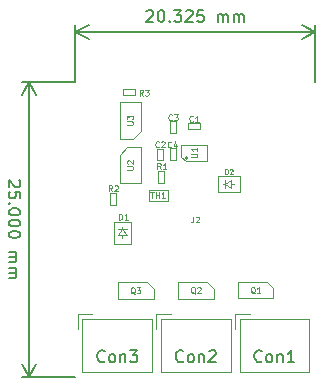
<source format=gbr>
G04 #@! TF.GenerationSoftware,KiCad,Pcbnew,(5.1.5-0)*
G04 #@! TF.CreationDate,2020-04-09T11:26:26+02:00*
G04 #@! TF.ProjectId,dxl-fan-module,64786c2d-6661-46e2-9d6d-6f64756c652e,rev?*
G04 #@! TF.SameCoordinates,Original*
G04 #@! TF.FileFunction,Other,Fab,Top*
%FSLAX46Y46*%
G04 Gerber Fmt 4.6, Leading zero omitted, Abs format (unit mm)*
G04 Created by KiCad (PCBNEW (5.1.5-0)) date 2020-04-09 11:26:26*
%MOMM*%
%LPD*%
G04 APERTURE LIST*
%ADD10C,0.150000*%
%ADD11C,0.100000*%
%ADD12C,0.125000*%
%ADD13C,0.075000*%
G04 APERTURE END LIST*
D10*
X70069642Y-47822619D02*
X70117261Y-47775000D01*
X70212500Y-47727380D01*
X70450595Y-47727380D01*
X70545833Y-47775000D01*
X70593452Y-47822619D01*
X70641071Y-47917857D01*
X70641071Y-48013095D01*
X70593452Y-48155952D01*
X70022023Y-48727380D01*
X70641071Y-48727380D01*
X71260119Y-47727380D02*
X71355357Y-47727380D01*
X71450595Y-47775000D01*
X71498214Y-47822619D01*
X71545833Y-47917857D01*
X71593452Y-48108333D01*
X71593452Y-48346428D01*
X71545833Y-48536904D01*
X71498214Y-48632142D01*
X71450595Y-48679761D01*
X71355357Y-48727380D01*
X71260119Y-48727380D01*
X71164880Y-48679761D01*
X71117261Y-48632142D01*
X71069642Y-48536904D01*
X71022023Y-48346428D01*
X71022023Y-48108333D01*
X71069642Y-47917857D01*
X71117261Y-47822619D01*
X71164880Y-47775000D01*
X71260119Y-47727380D01*
X72022023Y-48632142D02*
X72069642Y-48679761D01*
X72022023Y-48727380D01*
X71974404Y-48679761D01*
X72022023Y-48632142D01*
X72022023Y-48727380D01*
X72402976Y-47727380D02*
X73022023Y-47727380D01*
X72688690Y-48108333D01*
X72831547Y-48108333D01*
X72926785Y-48155952D01*
X72974404Y-48203571D01*
X73022023Y-48298809D01*
X73022023Y-48536904D01*
X72974404Y-48632142D01*
X72926785Y-48679761D01*
X72831547Y-48727380D01*
X72545833Y-48727380D01*
X72450595Y-48679761D01*
X72402976Y-48632142D01*
X73402976Y-47822619D02*
X73450595Y-47775000D01*
X73545833Y-47727380D01*
X73783928Y-47727380D01*
X73879166Y-47775000D01*
X73926785Y-47822619D01*
X73974404Y-47917857D01*
X73974404Y-48013095D01*
X73926785Y-48155952D01*
X73355357Y-48727380D01*
X73974404Y-48727380D01*
X74879166Y-47727380D02*
X74402976Y-47727380D01*
X74355357Y-48203571D01*
X74402976Y-48155952D01*
X74498214Y-48108333D01*
X74736309Y-48108333D01*
X74831547Y-48155952D01*
X74879166Y-48203571D01*
X74926785Y-48298809D01*
X74926785Y-48536904D01*
X74879166Y-48632142D01*
X74831547Y-48679761D01*
X74736309Y-48727380D01*
X74498214Y-48727380D01*
X74402976Y-48679761D01*
X74355357Y-48632142D01*
X76117261Y-48727380D02*
X76117261Y-48060714D01*
X76117261Y-48155952D02*
X76164880Y-48108333D01*
X76260119Y-48060714D01*
X76402976Y-48060714D01*
X76498214Y-48108333D01*
X76545833Y-48203571D01*
X76545833Y-48727380D01*
X76545833Y-48203571D02*
X76593452Y-48108333D01*
X76688690Y-48060714D01*
X76831547Y-48060714D01*
X76926785Y-48108333D01*
X76974404Y-48203571D01*
X76974404Y-48727380D01*
X77450595Y-48727380D02*
X77450595Y-48060714D01*
X77450595Y-48155952D02*
X77498214Y-48108333D01*
X77593452Y-48060714D01*
X77736309Y-48060714D01*
X77831547Y-48108333D01*
X77879166Y-48203571D01*
X77879166Y-48727380D01*
X77879166Y-48203571D02*
X77926785Y-48108333D01*
X78022023Y-48060714D01*
X78164880Y-48060714D01*
X78260119Y-48108333D01*
X78307738Y-48203571D01*
X78307738Y-48727380D01*
X64050000Y-49575000D02*
X84375000Y-49575000D01*
X64050000Y-53775000D02*
X64050000Y-48988579D01*
X84375000Y-53775000D02*
X84375000Y-48988579D01*
X84375000Y-49575000D02*
X83248496Y-50161421D01*
X84375000Y-49575000D02*
X83248496Y-48988579D01*
X64050000Y-49575000D02*
X65176504Y-50161421D01*
X64050000Y-49575000D02*
X65176504Y-48988579D01*
X59302381Y-62132142D02*
X59350001Y-62179761D01*
X59397620Y-62275000D01*
X59397620Y-62513095D01*
X59350001Y-62608333D01*
X59302381Y-62655952D01*
X59207143Y-62703571D01*
X59111905Y-62703571D01*
X58969048Y-62655952D01*
X58397620Y-62084523D01*
X58397620Y-62703571D01*
X59397620Y-63608333D02*
X59397620Y-63132142D01*
X58921429Y-63084523D01*
X58969048Y-63132142D01*
X59016667Y-63227380D01*
X59016667Y-63465476D01*
X58969048Y-63560714D01*
X58921429Y-63608333D01*
X58826191Y-63655952D01*
X58588096Y-63655952D01*
X58492858Y-63608333D01*
X58445239Y-63560714D01*
X58397620Y-63465476D01*
X58397620Y-63227380D01*
X58445239Y-63132142D01*
X58492858Y-63084523D01*
X58492858Y-64084523D02*
X58445239Y-64132142D01*
X58397620Y-64084523D01*
X58445239Y-64036904D01*
X58492858Y-64084523D01*
X58397620Y-64084523D01*
X59397620Y-64751190D02*
X59397620Y-64846428D01*
X59350001Y-64941666D01*
X59302381Y-64989285D01*
X59207143Y-65036904D01*
X59016667Y-65084523D01*
X58778572Y-65084523D01*
X58588096Y-65036904D01*
X58492858Y-64989285D01*
X58445239Y-64941666D01*
X58397620Y-64846428D01*
X58397620Y-64751190D01*
X58445239Y-64655952D01*
X58492858Y-64608333D01*
X58588096Y-64560714D01*
X58778572Y-64513095D01*
X59016667Y-64513095D01*
X59207143Y-64560714D01*
X59302381Y-64608333D01*
X59350001Y-64655952D01*
X59397620Y-64751190D01*
X59397620Y-65703571D02*
X59397620Y-65798809D01*
X59350001Y-65894047D01*
X59302381Y-65941666D01*
X59207143Y-65989285D01*
X59016667Y-66036904D01*
X58778572Y-66036904D01*
X58588096Y-65989285D01*
X58492858Y-65941666D01*
X58445239Y-65894047D01*
X58397620Y-65798809D01*
X58397620Y-65703571D01*
X58445239Y-65608333D01*
X58492858Y-65560714D01*
X58588096Y-65513095D01*
X58778572Y-65465476D01*
X59016667Y-65465476D01*
X59207143Y-65513095D01*
X59302381Y-65560714D01*
X59350001Y-65608333D01*
X59397620Y-65703571D01*
X59397620Y-66655952D02*
X59397620Y-66751190D01*
X59350001Y-66846428D01*
X59302381Y-66894047D01*
X59207143Y-66941666D01*
X59016667Y-66989285D01*
X58778572Y-66989285D01*
X58588096Y-66941666D01*
X58492858Y-66894047D01*
X58445239Y-66846428D01*
X58397620Y-66751190D01*
X58397620Y-66655952D01*
X58445239Y-66560714D01*
X58492858Y-66513095D01*
X58588096Y-66465476D01*
X58778572Y-66417857D01*
X59016667Y-66417857D01*
X59207143Y-66465476D01*
X59302381Y-66513095D01*
X59350001Y-66560714D01*
X59397620Y-66655952D01*
X58397620Y-68179761D02*
X59064286Y-68179761D01*
X58969048Y-68179761D02*
X59016667Y-68227380D01*
X59064286Y-68322619D01*
X59064286Y-68465476D01*
X59016667Y-68560714D01*
X58921429Y-68608333D01*
X58397620Y-68608333D01*
X58921429Y-68608333D02*
X59016667Y-68655952D01*
X59064286Y-68751190D01*
X59064286Y-68894047D01*
X59016667Y-68989285D01*
X58921429Y-69036904D01*
X58397620Y-69036904D01*
X58397620Y-69513095D02*
X59064286Y-69513095D01*
X58969048Y-69513095D02*
X59016667Y-69560714D01*
X59064286Y-69655952D01*
X59064286Y-69798809D01*
X59016667Y-69894047D01*
X58921429Y-69941666D01*
X58397620Y-69941666D01*
X58921429Y-69941666D02*
X59016667Y-69989285D01*
X59064286Y-70084523D01*
X59064286Y-70227380D01*
X59016667Y-70322619D01*
X58921429Y-70370238D01*
X58397620Y-70370238D01*
X60150001Y-53775000D02*
X60150001Y-78775000D01*
X64050000Y-53775000D02*
X59563580Y-53775000D01*
X64050000Y-78775000D02*
X59563580Y-78775000D01*
X60150001Y-78775000D02*
X59563580Y-77648496D01*
X60150001Y-78775000D02*
X60736422Y-77648496D01*
X60150001Y-53775000D02*
X59563580Y-54901504D01*
X60150001Y-53775000D02*
X60736422Y-54901504D01*
D11*
X70288000Y-63844500D02*
X70288000Y-62955500D01*
X71875500Y-63844500D02*
X70288000Y-63844500D01*
X71875500Y-62955500D02*
X71875500Y-63844500D01*
X70288000Y-62955500D02*
X71875500Y-62955500D01*
X73566400Y-60243700D02*
G75*
G03X73566400Y-60243700I-101600J0D01*
G01*
X75217400Y-60523100D02*
X75217400Y-59176900D01*
X73439400Y-60523100D02*
X75217400Y-60523100D01*
X73007600Y-60142100D02*
X73426700Y-60523100D01*
X73007600Y-59176900D02*
X73007600Y-60142100D01*
X75217400Y-59176900D02*
X73007600Y-59176900D01*
X67812500Y-59950000D02*
X68462500Y-59300000D01*
X69612500Y-59300000D02*
X68462500Y-59300000D01*
X67812500Y-59950000D02*
X67812500Y-62400000D01*
X69612500Y-62400000D02*
X67812500Y-62400000D01*
X69612500Y-59300000D02*
X69612500Y-62400000D01*
X69588000Y-57950000D02*
X68938000Y-58600000D01*
X67788000Y-58600000D02*
X68938000Y-58600000D01*
X69588000Y-57950000D02*
X69588000Y-55500000D01*
X67788000Y-55500000D02*
X69588000Y-55500000D01*
X67788000Y-58600000D02*
X67788000Y-55500000D01*
X68030000Y-66785000D02*
X68030000Y-67035000D01*
X67680000Y-66785000D02*
X68030000Y-66285000D01*
X68380000Y-66785000D02*
X67680000Y-66785000D01*
X68030000Y-66285000D02*
X68380000Y-66785000D01*
X68030000Y-66285000D02*
X68030000Y-66085000D01*
X68380000Y-66285000D02*
X67680000Y-66285000D01*
X67330000Y-65685000D02*
X68730000Y-65685000D01*
X67330000Y-67485000D02*
X67330000Y-65685000D01*
X68730000Y-67485000D02*
X67330000Y-67485000D01*
X68730000Y-65685000D02*
X68730000Y-67485000D01*
X72062500Y-59429411D02*
X72562500Y-59429411D01*
X72062500Y-60429411D02*
X72062500Y-59429411D01*
X72562500Y-60429411D02*
X72062500Y-60429411D01*
X72562500Y-59429411D02*
X72562500Y-60429411D01*
X72562500Y-58150000D02*
X72062500Y-58150000D01*
X72562500Y-57150000D02*
X72562500Y-58150000D01*
X72062500Y-57150000D02*
X72562500Y-57150000D01*
X72062500Y-58150000D02*
X72062500Y-57150000D01*
X70962500Y-59450000D02*
X71462500Y-59450000D01*
X70962500Y-60450000D02*
X70962500Y-59450000D01*
X71462500Y-60450000D02*
X70962500Y-60450000D01*
X71462500Y-59450000D02*
X71462500Y-60450000D01*
X74612500Y-57300000D02*
X74612500Y-57800000D01*
X73612500Y-57300000D02*
X74612500Y-57300000D01*
X73612500Y-57800000D02*
X73612500Y-57300000D01*
X74612500Y-57800000D02*
X73612500Y-57800000D01*
X69100000Y-54925000D02*
X68100000Y-54925000D01*
X68100000Y-54925000D02*
X68100000Y-54425000D01*
X68100000Y-54425000D02*
X69100000Y-54425000D01*
X69100000Y-54425000D02*
X69100000Y-54925000D01*
X66960000Y-64185000D02*
X66960000Y-63185000D01*
X66960000Y-63185000D02*
X67460000Y-63185000D01*
X67460000Y-63185000D02*
X67460000Y-64185000D01*
X67460000Y-64185000D02*
X66960000Y-64185000D01*
X71562500Y-61350000D02*
X71562500Y-62350000D01*
X71562500Y-62350000D02*
X71062500Y-62350000D01*
X71062500Y-62350000D02*
X71062500Y-61350000D01*
X71062500Y-61350000D02*
X71562500Y-61350000D01*
X80250000Y-70725000D02*
X80820000Y-71275000D01*
X80820000Y-72125000D02*
X77780000Y-72125000D01*
X77780000Y-70725000D02*
X77780000Y-72125000D01*
X80820000Y-71275000D02*
X80820000Y-72125000D01*
X80250000Y-70725000D02*
X77800000Y-70725000D01*
X75200000Y-70755000D02*
X72750000Y-70755000D01*
X75770000Y-71305000D02*
X75770000Y-72155000D01*
X72730000Y-70755000D02*
X72730000Y-72155000D01*
X75770000Y-72155000D02*
X72730000Y-72155000D01*
X75200000Y-70755000D02*
X75770000Y-71305000D01*
X70100000Y-70775000D02*
X70670000Y-71325000D01*
X70670000Y-72175000D02*
X67630000Y-72175000D01*
X67630000Y-70775000D02*
X67630000Y-72175000D01*
X70670000Y-71325000D02*
X70670000Y-72175000D01*
X70100000Y-70775000D02*
X67650000Y-70775000D01*
X83850000Y-73875000D02*
X77950000Y-73875000D01*
X83850000Y-78375000D02*
X83850000Y-73875000D01*
X77950000Y-78375000D02*
X83850000Y-78375000D01*
X77950000Y-73875000D02*
X77950000Y-78375000D01*
X77550000Y-73475000D02*
X77550000Y-74725000D01*
X78800000Y-73475000D02*
X77550000Y-73475000D01*
X77200000Y-73875000D02*
X71300000Y-73875000D01*
X77200000Y-78375000D02*
X77200000Y-73875000D01*
X71300000Y-78375000D02*
X77200000Y-78375000D01*
X71300000Y-73875000D02*
X71300000Y-78375000D01*
X70900000Y-73475000D02*
X70900000Y-74725000D01*
X72150000Y-73475000D02*
X70900000Y-73475000D01*
X65500000Y-73475000D02*
X64250000Y-73475000D01*
X64250000Y-73475000D02*
X64250000Y-74725000D01*
X64650000Y-73875000D02*
X64650000Y-78375000D01*
X64650000Y-78375000D02*
X70550000Y-78375000D01*
X70550000Y-78375000D02*
X70550000Y-73875000D01*
X70550000Y-73875000D02*
X64650000Y-73875000D01*
X76150000Y-61725000D02*
X77950000Y-61725000D01*
X77950000Y-61725000D02*
X77950000Y-63125000D01*
X77950000Y-63125000D02*
X76150000Y-63125000D01*
X76150000Y-63125000D02*
X76150000Y-61725000D01*
X76750000Y-62075000D02*
X76750000Y-62775000D01*
X76750000Y-62425000D02*
X76550000Y-62425000D01*
X76750000Y-62425000D02*
X77250000Y-62075000D01*
X77250000Y-62075000D02*
X77250000Y-62775000D01*
X77250000Y-62775000D02*
X76750000Y-62425000D01*
X77250000Y-62425000D02*
X77500000Y-62425000D01*
D12*
X70394642Y-63126190D02*
X70680357Y-63126190D01*
X70537500Y-63626190D02*
X70537500Y-63126190D01*
X70847023Y-63626190D02*
X70847023Y-63126190D01*
X70847023Y-63364285D02*
X71132738Y-63364285D01*
X71132738Y-63626190D02*
X71132738Y-63126190D01*
X71632738Y-63626190D02*
X71347023Y-63626190D01*
X71489880Y-63626190D02*
X71489880Y-63126190D01*
X71442261Y-63197619D01*
X71394642Y-63245238D01*
X71347023Y-63269047D01*
X73863690Y-60155952D02*
X74268452Y-60155952D01*
X74316071Y-60132142D01*
X74339880Y-60108333D01*
X74363690Y-60060714D01*
X74363690Y-59965476D01*
X74339880Y-59917857D01*
X74316071Y-59894047D01*
X74268452Y-59870238D01*
X73863690Y-59870238D01*
X74363690Y-59370238D02*
X74363690Y-59655952D01*
X74363690Y-59513095D02*
X73863690Y-59513095D01*
X73935119Y-59560714D01*
X73982738Y-59608333D01*
X74006547Y-59655952D01*
D13*
X68438690Y-61230952D02*
X68843452Y-61230952D01*
X68891071Y-61207142D01*
X68914880Y-61183333D01*
X68938690Y-61135714D01*
X68938690Y-61040476D01*
X68914880Y-60992857D01*
X68891071Y-60969047D01*
X68843452Y-60945238D01*
X68438690Y-60945238D01*
X68486309Y-60730952D02*
X68462500Y-60707142D01*
X68438690Y-60659523D01*
X68438690Y-60540476D01*
X68462500Y-60492857D01*
X68486309Y-60469047D01*
X68533928Y-60445238D01*
X68581547Y-60445238D01*
X68652976Y-60469047D01*
X68938690Y-60754761D01*
X68938690Y-60445238D01*
X68414190Y-57430952D02*
X68818952Y-57430952D01*
X68866571Y-57407142D01*
X68890380Y-57383333D01*
X68914190Y-57335714D01*
X68914190Y-57240476D01*
X68890380Y-57192857D01*
X68866571Y-57169047D01*
X68818952Y-57145238D01*
X68414190Y-57145238D01*
X68414190Y-56954761D02*
X68414190Y-56645238D01*
X68604666Y-56811904D01*
X68604666Y-56740476D01*
X68628476Y-56692857D01*
X68652285Y-56669047D01*
X68699904Y-56645238D01*
X68818952Y-56645238D01*
X68866571Y-56669047D01*
X68890380Y-56692857D01*
X68914190Y-56740476D01*
X68914190Y-56883333D01*
X68890380Y-56930952D01*
X68866571Y-56954761D01*
D12*
X67735952Y-65461190D02*
X67735952Y-64961190D01*
X67855000Y-64961190D01*
X67926428Y-64985000D01*
X67974047Y-65032619D01*
X67997857Y-65080238D01*
X68021666Y-65175476D01*
X68021666Y-65246904D01*
X67997857Y-65342142D01*
X67974047Y-65389761D01*
X67926428Y-65437380D01*
X67855000Y-65461190D01*
X67735952Y-65461190D01*
X68497857Y-65461190D02*
X68212142Y-65461190D01*
X68355000Y-65461190D02*
X68355000Y-64961190D01*
X68307380Y-65032619D01*
X68259761Y-65080238D01*
X68212142Y-65104047D01*
X72179166Y-59303571D02*
X72155357Y-59327380D01*
X72083928Y-59351190D01*
X72036309Y-59351190D01*
X71964880Y-59327380D01*
X71917261Y-59279761D01*
X71893452Y-59232142D01*
X71869642Y-59136904D01*
X71869642Y-59065476D01*
X71893452Y-58970238D01*
X71917261Y-58922619D01*
X71964880Y-58875000D01*
X72036309Y-58851190D01*
X72083928Y-58851190D01*
X72155357Y-58875000D01*
X72179166Y-58898809D01*
X72607738Y-59017857D02*
X72607738Y-59351190D01*
X72488690Y-58827380D02*
X72369642Y-59184523D01*
X72679166Y-59184523D01*
X72229166Y-57003571D02*
X72205357Y-57027380D01*
X72133928Y-57051190D01*
X72086309Y-57051190D01*
X72014880Y-57027380D01*
X71967261Y-56979761D01*
X71943452Y-56932142D01*
X71919642Y-56836904D01*
X71919642Y-56765476D01*
X71943452Y-56670238D01*
X71967261Y-56622619D01*
X72014880Y-56575000D01*
X72086309Y-56551190D01*
X72133928Y-56551190D01*
X72205357Y-56575000D01*
X72229166Y-56598809D01*
X72395833Y-56551190D02*
X72705357Y-56551190D01*
X72538690Y-56741666D01*
X72610119Y-56741666D01*
X72657738Y-56765476D01*
X72681547Y-56789285D01*
X72705357Y-56836904D01*
X72705357Y-56955952D01*
X72681547Y-57003571D01*
X72657738Y-57027380D01*
X72610119Y-57051190D01*
X72467261Y-57051190D01*
X72419642Y-57027380D01*
X72395833Y-57003571D01*
X71129166Y-59278571D02*
X71105357Y-59302380D01*
X71033928Y-59326190D01*
X70986309Y-59326190D01*
X70914880Y-59302380D01*
X70867261Y-59254761D01*
X70843452Y-59207142D01*
X70819642Y-59111904D01*
X70819642Y-59040476D01*
X70843452Y-58945238D01*
X70867261Y-58897619D01*
X70914880Y-58850000D01*
X70986309Y-58826190D01*
X71033928Y-58826190D01*
X71105357Y-58850000D01*
X71129166Y-58873809D01*
X71319642Y-58873809D02*
X71343452Y-58850000D01*
X71391071Y-58826190D01*
X71510119Y-58826190D01*
X71557738Y-58850000D01*
X71581547Y-58873809D01*
X71605357Y-58921428D01*
X71605357Y-58969047D01*
X71581547Y-59040476D01*
X71295833Y-59326190D01*
X71605357Y-59326190D01*
X74004166Y-57128571D02*
X73980357Y-57152380D01*
X73908928Y-57176190D01*
X73861309Y-57176190D01*
X73789880Y-57152380D01*
X73742261Y-57104761D01*
X73718452Y-57057142D01*
X73694642Y-56961904D01*
X73694642Y-56890476D01*
X73718452Y-56795238D01*
X73742261Y-56747619D01*
X73789880Y-56700000D01*
X73861309Y-56676190D01*
X73908928Y-56676190D01*
X73980357Y-56700000D01*
X74004166Y-56723809D01*
X74480357Y-57176190D02*
X74194642Y-57176190D01*
X74337500Y-57176190D02*
X74337500Y-56676190D01*
X74289880Y-56747619D01*
X74242261Y-56795238D01*
X74194642Y-56819047D01*
X69766666Y-54951190D02*
X69600000Y-54713095D01*
X69480952Y-54951190D02*
X69480952Y-54451190D01*
X69671428Y-54451190D01*
X69719047Y-54475000D01*
X69742857Y-54498809D01*
X69766666Y-54546428D01*
X69766666Y-54617857D01*
X69742857Y-54665476D01*
X69719047Y-54689285D01*
X69671428Y-54713095D01*
X69480952Y-54713095D01*
X69933333Y-54451190D02*
X70242857Y-54451190D01*
X70076190Y-54641666D01*
X70147619Y-54641666D01*
X70195238Y-54665476D01*
X70219047Y-54689285D01*
X70242857Y-54736904D01*
X70242857Y-54855952D01*
X70219047Y-54903571D01*
X70195238Y-54927380D01*
X70147619Y-54951190D01*
X70004761Y-54951190D01*
X69957142Y-54927380D01*
X69933333Y-54903571D01*
X67176666Y-63061190D02*
X67010000Y-62823095D01*
X66890952Y-63061190D02*
X66890952Y-62561190D01*
X67081428Y-62561190D01*
X67129047Y-62585000D01*
X67152857Y-62608809D01*
X67176666Y-62656428D01*
X67176666Y-62727857D01*
X67152857Y-62775476D01*
X67129047Y-62799285D01*
X67081428Y-62823095D01*
X66890952Y-62823095D01*
X67367142Y-62608809D02*
X67390952Y-62585000D01*
X67438571Y-62561190D01*
X67557619Y-62561190D01*
X67605238Y-62585000D01*
X67629047Y-62608809D01*
X67652857Y-62656428D01*
X67652857Y-62704047D01*
X67629047Y-62775476D01*
X67343333Y-63061190D01*
X67652857Y-63061190D01*
X71279166Y-61176190D02*
X71112500Y-60938095D01*
X70993452Y-61176190D02*
X70993452Y-60676190D01*
X71183928Y-60676190D01*
X71231547Y-60700000D01*
X71255357Y-60723809D01*
X71279166Y-60771428D01*
X71279166Y-60842857D01*
X71255357Y-60890476D01*
X71231547Y-60914285D01*
X71183928Y-60938095D01*
X70993452Y-60938095D01*
X71755357Y-61176190D02*
X71469642Y-61176190D01*
X71612500Y-61176190D02*
X71612500Y-60676190D01*
X71564880Y-60747619D01*
X71517261Y-60795238D01*
X71469642Y-60819047D01*
X74033333Y-65201190D02*
X74033333Y-65558333D01*
X74009523Y-65629761D01*
X73961904Y-65677380D01*
X73890476Y-65701190D01*
X73842857Y-65701190D01*
X74247619Y-65248809D02*
X74271428Y-65225000D01*
X74319047Y-65201190D01*
X74438095Y-65201190D01*
X74485714Y-65225000D01*
X74509523Y-65248809D01*
X74533333Y-65296428D01*
X74533333Y-65344047D01*
X74509523Y-65415476D01*
X74223809Y-65701190D01*
X74533333Y-65701190D01*
D13*
X79252380Y-71698809D02*
X79204761Y-71675000D01*
X79157142Y-71627380D01*
X79085714Y-71555952D01*
X79038095Y-71532142D01*
X78990476Y-71532142D01*
X79014285Y-71651190D02*
X78966666Y-71627380D01*
X78919047Y-71579761D01*
X78895238Y-71484523D01*
X78895238Y-71317857D01*
X78919047Y-71222619D01*
X78966666Y-71175000D01*
X79014285Y-71151190D01*
X79109523Y-71151190D01*
X79157142Y-71175000D01*
X79204761Y-71222619D01*
X79228571Y-71317857D01*
X79228571Y-71484523D01*
X79204761Y-71579761D01*
X79157142Y-71627380D01*
X79109523Y-71651190D01*
X79014285Y-71651190D01*
X79704761Y-71651190D02*
X79419047Y-71651190D01*
X79561904Y-71651190D02*
X79561904Y-71151190D01*
X79514285Y-71222619D01*
X79466666Y-71270238D01*
X79419047Y-71294047D01*
X74202380Y-71728809D02*
X74154761Y-71705000D01*
X74107142Y-71657380D01*
X74035714Y-71585952D01*
X73988095Y-71562142D01*
X73940476Y-71562142D01*
X73964285Y-71681190D02*
X73916666Y-71657380D01*
X73869047Y-71609761D01*
X73845238Y-71514523D01*
X73845238Y-71347857D01*
X73869047Y-71252619D01*
X73916666Y-71205000D01*
X73964285Y-71181190D01*
X74059523Y-71181190D01*
X74107142Y-71205000D01*
X74154761Y-71252619D01*
X74178571Y-71347857D01*
X74178571Y-71514523D01*
X74154761Y-71609761D01*
X74107142Y-71657380D01*
X74059523Y-71681190D01*
X73964285Y-71681190D01*
X74369047Y-71228809D02*
X74392857Y-71205000D01*
X74440476Y-71181190D01*
X74559523Y-71181190D01*
X74607142Y-71205000D01*
X74630952Y-71228809D01*
X74654761Y-71276428D01*
X74654761Y-71324047D01*
X74630952Y-71395476D01*
X74345238Y-71681190D01*
X74654761Y-71681190D01*
X69102380Y-71748809D02*
X69054761Y-71725000D01*
X69007142Y-71677380D01*
X68935714Y-71605952D01*
X68888095Y-71582142D01*
X68840476Y-71582142D01*
X68864285Y-71701190D02*
X68816666Y-71677380D01*
X68769047Y-71629761D01*
X68745238Y-71534523D01*
X68745238Y-71367857D01*
X68769047Y-71272619D01*
X68816666Y-71225000D01*
X68864285Y-71201190D01*
X68959523Y-71201190D01*
X69007142Y-71225000D01*
X69054761Y-71272619D01*
X69078571Y-71367857D01*
X69078571Y-71534523D01*
X69054761Y-71629761D01*
X69007142Y-71677380D01*
X68959523Y-71701190D01*
X68864285Y-71701190D01*
X69245238Y-71201190D02*
X69554761Y-71201190D01*
X69388095Y-71391666D01*
X69459523Y-71391666D01*
X69507142Y-71415476D01*
X69530952Y-71439285D01*
X69554761Y-71486904D01*
X69554761Y-71605952D01*
X69530952Y-71653571D01*
X69507142Y-71677380D01*
X69459523Y-71701190D01*
X69316666Y-71701190D01*
X69269047Y-71677380D01*
X69245238Y-71653571D01*
D10*
X79828571Y-77432142D02*
X79780952Y-77479761D01*
X79638095Y-77527380D01*
X79542857Y-77527380D01*
X79400000Y-77479761D01*
X79304761Y-77384523D01*
X79257142Y-77289285D01*
X79209523Y-77098809D01*
X79209523Y-76955952D01*
X79257142Y-76765476D01*
X79304761Y-76670238D01*
X79400000Y-76575000D01*
X79542857Y-76527380D01*
X79638095Y-76527380D01*
X79780952Y-76575000D01*
X79828571Y-76622619D01*
X80400000Y-77527380D02*
X80304761Y-77479761D01*
X80257142Y-77432142D01*
X80209523Y-77336904D01*
X80209523Y-77051190D01*
X80257142Y-76955952D01*
X80304761Y-76908333D01*
X80400000Y-76860714D01*
X80542857Y-76860714D01*
X80638095Y-76908333D01*
X80685714Y-76955952D01*
X80733333Y-77051190D01*
X80733333Y-77336904D01*
X80685714Y-77432142D01*
X80638095Y-77479761D01*
X80542857Y-77527380D01*
X80400000Y-77527380D01*
X81161904Y-76860714D02*
X81161904Y-77527380D01*
X81161904Y-76955952D02*
X81209523Y-76908333D01*
X81304761Y-76860714D01*
X81447619Y-76860714D01*
X81542857Y-76908333D01*
X81590476Y-77003571D01*
X81590476Y-77527380D01*
X82590476Y-77527380D02*
X82019047Y-77527380D01*
X82304761Y-77527380D02*
X82304761Y-76527380D01*
X82209523Y-76670238D01*
X82114285Y-76765476D01*
X82019047Y-76813095D01*
X73178571Y-77432142D02*
X73130952Y-77479761D01*
X72988095Y-77527380D01*
X72892857Y-77527380D01*
X72750000Y-77479761D01*
X72654761Y-77384523D01*
X72607142Y-77289285D01*
X72559523Y-77098809D01*
X72559523Y-76955952D01*
X72607142Y-76765476D01*
X72654761Y-76670238D01*
X72750000Y-76575000D01*
X72892857Y-76527380D01*
X72988095Y-76527380D01*
X73130952Y-76575000D01*
X73178571Y-76622619D01*
X73750000Y-77527380D02*
X73654761Y-77479761D01*
X73607142Y-77432142D01*
X73559523Y-77336904D01*
X73559523Y-77051190D01*
X73607142Y-76955952D01*
X73654761Y-76908333D01*
X73750000Y-76860714D01*
X73892857Y-76860714D01*
X73988095Y-76908333D01*
X74035714Y-76955952D01*
X74083333Y-77051190D01*
X74083333Y-77336904D01*
X74035714Y-77432142D01*
X73988095Y-77479761D01*
X73892857Y-77527380D01*
X73750000Y-77527380D01*
X74511904Y-76860714D02*
X74511904Y-77527380D01*
X74511904Y-76955952D02*
X74559523Y-76908333D01*
X74654761Y-76860714D01*
X74797619Y-76860714D01*
X74892857Y-76908333D01*
X74940476Y-77003571D01*
X74940476Y-77527380D01*
X75369047Y-76622619D02*
X75416666Y-76575000D01*
X75511904Y-76527380D01*
X75750000Y-76527380D01*
X75845238Y-76575000D01*
X75892857Y-76622619D01*
X75940476Y-76717857D01*
X75940476Y-76813095D01*
X75892857Y-76955952D01*
X75321428Y-77527380D01*
X75940476Y-77527380D01*
X66528571Y-77432142D02*
X66480952Y-77479761D01*
X66338095Y-77527380D01*
X66242857Y-77527380D01*
X66100000Y-77479761D01*
X66004761Y-77384523D01*
X65957142Y-77289285D01*
X65909523Y-77098809D01*
X65909523Y-76955952D01*
X65957142Y-76765476D01*
X66004761Y-76670238D01*
X66100000Y-76575000D01*
X66242857Y-76527380D01*
X66338095Y-76527380D01*
X66480952Y-76575000D01*
X66528571Y-76622619D01*
X67100000Y-77527380D02*
X67004761Y-77479761D01*
X66957142Y-77432142D01*
X66909523Y-77336904D01*
X66909523Y-77051190D01*
X66957142Y-76955952D01*
X67004761Y-76908333D01*
X67100000Y-76860714D01*
X67242857Y-76860714D01*
X67338095Y-76908333D01*
X67385714Y-76955952D01*
X67433333Y-77051190D01*
X67433333Y-77336904D01*
X67385714Y-77432142D01*
X67338095Y-77479761D01*
X67242857Y-77527380D01*
X67100000Y-77527380D01*
X67861904Y-76860714D02*
X67861904Y-77527380D01*
X67861904Y-76955952D02*
X67909523Y-76908333D01*
X68004761Y-76860714D01*
X68147619Y-76860714D01*
X68242857Y-76908333D01*
X68290476Y-77003571D01*
X68290476Y-77527380D01*
X68671428Y-76527380D02*
X69290476Y-76527380D01*
X68957142Y-76908333D01*
X69100000Y-76908333D01*
X69195238Y-76955952D01*
X69242857Y-77003571D01*
X69290476Y-77098809D01*
X69290476Y-77336904D01*
X69242857Y-77432142D01*
X69195238Y-77479761D01*
X69100000Y-77527380D01*
X68814285Y-77527380D01*
X68719047Y-77479761D01*
X68671428Y-77432142D01*
D11*
X76754761Y-61589952D02*
X76754761Y-61189952D01*
X76850000Y-61189952D01*
X76907142Y-61209000D01*
X76945238Y-61247095D01*
X76964285Y-61285190D01*
X76983333Y-61361380D01*
X76983333Y-61418523D01*
X76964285Y-61494714D01*
X76945238Y-61532809D01*
X76907142Y-61570904D01*
X76850000Y-61589952D01*
X76754761Y-61589952D01*
X77135714Y-61228047D02*
X77154761Y-61209000D01*
X77192857Y-61189952D01*
X77288095Y-61189952D01*
X77326190Y-61209000D01*
X77345238Y-61228047D01*
X77364285Y-61266142D01*
X77364285Y-61304238D01*
X77345238Y-61361380D01*
X77116666Y-61589952D01*
X77364285Y-61589952D01*
M02*

</source>
